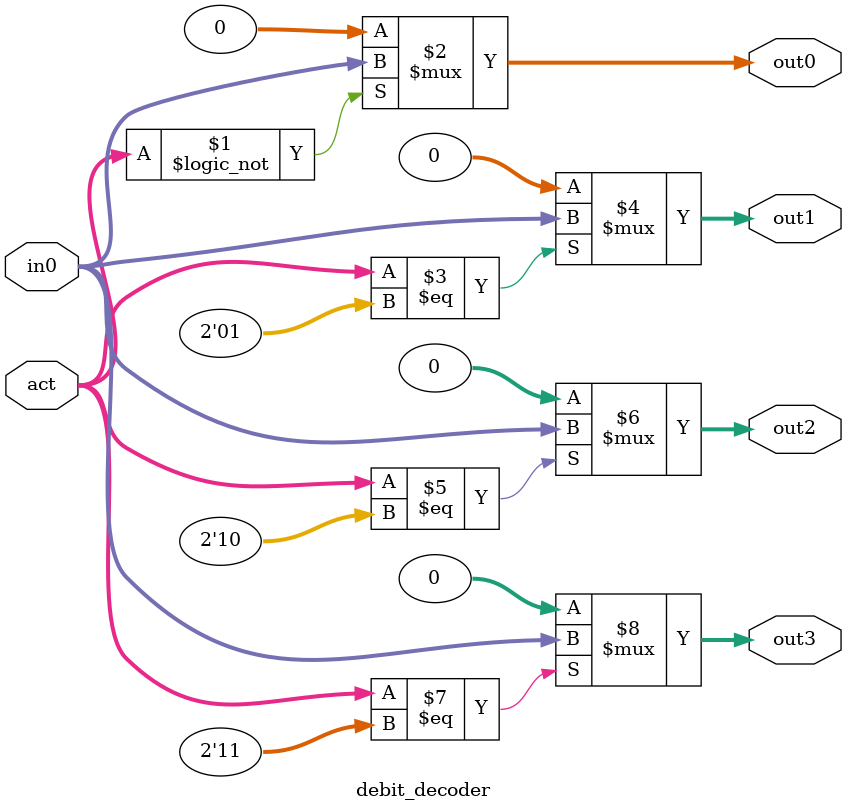
<source format=v>
`timescale 1ns / 1ps

module SD(
    // Input untuk perhitungan panjang kemacetan 
    input clk, rst, en,
    input wire [31:0] state_sim,
    input wire finish,
    input wire [1:0] act,
    input wire [2:0] delta_t,
    input wire [31:0] debit_out,
    input wire [31:0] debit_r0,
    input wire [31:0] debit_r1,
    input wire [31:0] debit_r2,
    input wire [31:0] debit_r3,
    input wire [31:0] init_panjang_r0,
    input wire [31:0] init_panjang_r1,
    input wire [31:0] init_panjang_r2,
    input wire [31:0] init_panjang_r3,
    // Input batas pergantian state 
    input wire [31:0] batas_0,
    input wire [31:0] batas_1,
    input wire [31:0] batas_2,
    input wire [31:0] batas_3,
    input wire [31:0] batas_4,
    input wire [31:0] batas_5,
    input wire [31:0] batas_6,    
    // Output
    output wire [31:0] state,
    output wire goal_sig,
    // for debugging 
    output wire [31:0] panjang_r0,
    output wire [31:0] panjang_r1,
    output wire [31:0] panjang_r2,
    output wire [31:0] panjang_r3,
    output wire [31:0] panjang_r0_temp0,
    output wire [31:0] panjang_r1_temp0,
    output wire [31:0] panjang_r2_temp0,
    output wire [31:0] panjang_r3_temp0,
    output wire [2:0] level_r0,
    output wire [2:0] level_r1,
    output wire [2:0] level_r2,
    output wire [2:0] level_r3
    );
    reg rst_SD = 0;
    always @(rst) begin
        rst_SD = rst;
    end
    
    // Block Decoder : menentukan debit kendaraan keluar (ketika lampu hijau)
    wire [31:0] debit_out_r0;
    wire [31:0] debit_out_r1;
    wire [31:0] debit_out_r2;
    wire [31:0] debit_out_r3;
    debit_decoder debdec0 ( .act(act),   
                            .in0(debit_out),
                            .out0(debit_out_r0), 
                            .out1(debit_out_r1),
                            .out2(debit_out_r2),
                            .out3(debit_out_r3));
    
    // Block State Calc
    // Perubahan panjang antrian kendaraan
    wire [31:0] delta_panjang_r0;
    wire [31:0] delta_panjang_r1;
    wire [31:0] delta_panjang_r2;
    wire [31:0] delta_panjang_r3;
    // Previous panjang antrian kendaraan
    reg [31:0] panjang_r0_reg;
    reg [31:0] panjang_r1_reg;
    reg [31:0] panjang_r2_reg;
    reg [31:0] panjang_r3_reg;
//    // Panjang antrian kendaraan
//    wire [31:0] panjang_r0;
//    wire [31:0] panjang_r1;
//    wire [31:0] panjang_r2;
//    wire [31:0] panjang_r3;
    // Block State Calc : Ruas 0
    multiply_delta  mult0   (.in0(debit_r0-debit_out_r0),           .c(delta_t),                .out0(delta_panjang_r0),    .rst(~en));
    plus            plus0   (.in0(delta_panjang_r0),                .in1(panjang_r0_reg),       .out0(panjang_r0),    .rst(~en));
    // Block State Calc : Ruas 1
    multiply_delta  mult1   (.in0(debit_r1-debit_out_r1),           .c(delta_t),                .out0(delta_panjang_r1),    .rst(~en));
    plus            plus1   (.in0(delta_panjang_r1),                .in1(panjang_r1_reg),       .out0(panjang_r1),    .rst(~en));
    // Block State Calc : Ruas 2
    multiply_delta  mult2   (.in0(debit_r2-debit_out_r2),           .c(delta_t),                .out0(delta_panjang_r2),    .rst(~en));
    plus            plus2   (.in0(delta_panjang_r2),                .in1(panjang_r2_reg),       .out0(panjang_r2),    .rst(~en));
    // Block State Calc : Ruas 3
    multiply_delta  mult3   (.in0(debit_r3-debit_out_r3),           .c(delta_t),                .out0(delta_panjang_r3),    .rst(~en));
    plus            plus3   (.in0(delta_panjang_r3),                .in1(panjang_r3_reg),       .out0(panjang_r3),    .rst(~en));
    always@(posedge clk) begin
        if (!en) begin
            panjang_r0_reg <= init_panjang_r0;
            panjang_r1_reg <= init_panjang_r1;
            panjang_r2_reg <= init_panjang_r2;
            panjang_r3_reg <= init_panjang_r3;

        end else begin
            panjang_r0_reg <= panjang_r0;
            panjang_r1_reg <= panjang_r1;
            panjang_r2_reg <= panjang_r2;
            panjang_r3_reg <= panjang_r3;
        end
    end
    
    // Block Comparator : untuk menentukan state berdasarkan panjang antrian kendaraan 
//    wire [7:0] level_r0;
//    wire [7:0] level_r1;
//    wire [7:0] level_r2;
//    wire [7:0] level_r3;
    wire [31:0]state_learn_temp0;
    wire [31:0]state_learn;
    comp_SD comp(
        .en(en),
        .panjang_r0(panjang_r0),
        .panjang_r1(panjang_r1),
        .panjang_r2(panjang_r2),
        .panjang_r3(panjang_r3),
        .batas_0(batas_0),
        .batas_1(batas_1),
        .batas_2(batas_2),
        .batas_3(batas_3),
        .batas_4(batas_4),
        .batas_5(batas_5),
        .batas_6(batas_6),
        .level_r0(level_r0),
        .level_r1(level_r1),
        .level_r2(level_r2),
        .level_r3(level_r3)
    );
    assign state_learn_temp0    = ((level_r0)|(level_r1<<3)|(level_r2<<6)|(level_r3<<9))|32'h0000_0000;
    reg_32bit reg0(.clk(clk), .rst(rst_SD), .in0(state_learn_temp0), .out0(state_learn));
    
    // Block Goal Signal Generator 
    wire goal_sig_temp0;
    wire goal_sig_temp1;
    gsg gsg0(.clk(clk), .rst(rst), .state(state), .goal_sig(goal_sig_temp0));
    reg_1bit reg1(.clk(clk), .rst(rst_SD), .in0(goal_sig_temp0),    .out0(goal_sig_temp1));
    
    // Blok state selector 
    wire [31:0] state_temp0;
    mux2to1_32bit mux1(.in0(state_learn), .in1(state_sim), .out0(state_temp0), .sel(finish));
    
    // Enabling output 
    enabler_32bit en0(.in0(state_temp0),        .out0(state),       .en(en), .rst(rst_SD));
    enabler_1bit  en1(.in0(goal_sig_temp1),     .out0(goal_sig),    .en(en), .rst(rst_SD));
endmodule


//Module Comparator/Converter SD
module comp_SD(
    //INPUT
    input wire en,
    input wire [31:0] panjang_r0,
    input wire [31:0] panjang_r1,
    input wire [31:0] panjang_r2,
    input wire [31:0] panjang_r3,
    
    input wire [31:0] batas_0,
    input wire [31:0] batas_1,
    input wire [31:0] batas_2,
    input wire [31:0] batas_3,
    input wire [31:0] batas_4,
    input wire [31:0] batas_5,
    input wire [31:0] batas_6,  
    //OUTPUT
    output wire [2:0] level_r0,
    output wire [2:0] level_r1,
    output wire [2:0] level_r2,
    output wire [2:0] level_r3    
    );   
    wire [6:0] level_r0_temp;
    wire [6:0] level_r1_temp;
    wire [6:0] level_r2_temp;
    wire [6:0] level_r3_temp;
    // Lane 0
    assign level_r0_temp[0] = (panjang_r0 < batas_0) ? 1'b0 : 1'b1;
    assign level_r0_temp[1] = (panjang_r0 < batas_1) ? 1'b0 : 1'b1;
    assign level_r0_temp[2] = (panjang_r0 < batas_2) ? 1'b0 : 1'b1;
    assign level_r0_temp[3] = (panjang_r0 < batas_3) ? 1'b0 : 1'b1;
    assign level_r0_temp[4] = (panjang_r0 < batas_4) ? 1'b0 : 1'b1;
    assign level_r0_temp[5] = (panjang_r0 < batas_5) ? 1'b0 : 1'b1;
    assign level_r0_temp[6] = (panjang_r0 < batas_6) ? 1'b0 : 1'b1;
    // Lane 1
    assign level_r1_temp[0] = (panjang_r1 < batas_0) ? 1'b0 : 1'b1;
    assign level_r1_temp[1] = (panjang_r1 < batas_1) ? 1'b0 : 1'b1;
    assign level_r1_temp[2] = (panjang_r1 < batas_2) ? 1'b0 : 1'b1;
    assign level_r1_temp[3] = (panjang_r1 < batas_3) ? 1'b0 : 1'b1;
    assign level_r1_temp[4] = (panjang_r1 < batas_4) ? 1'b0 : 1'b1;
    assign level_r1_temp[5] = (panjang_r1 < batas_5) ? 1'b0 : 1'b1;
    assign level_r1_temp[6] = (panjang_r1 < batas_6) ? 1'b0 : 1'b1;
    // Lane 2
    assign level_r2_temp[0] = (panjang_r2 < batas_0) ? 1'b0 : 1'b1;
    assign level_r2_temp[1] = (panjang_r2 < batas_1) ? 1'b0 : 1'b1;
    assign level_r2_temp[2] = (panjang_r2 < batas_2) ? 1'b0 : 1'b1;
    assign level_r2_temp[3] = (panjang_r2 < batas_3) ? 1'b0 : 1'b1;
    assign level_r2_temp[4] = (panjang_r2 < batas_4) ? 1'b0 : 1'b1;
    assign level_r2_temp[5] = (panjang_r2 < batas_5) ? 1'b0 : 1'b1;
    assign level_r2_temp[6] = (panjang_r2 < batas_6) ? 1'b0 : 1'b1;
    // Lane 3
    assign level_r3_temp[0] = (panjang_r3 < batas_0) ? 1'b0 : 1'b1;
    assign level_r3_temp[1] = (panjang_r3 < batas_1) ? 1'b0 : 1'b1;
    assign level_r3_temp[2] = (panjang_r3 < batas_2) ? 1'b0 : 1'b1;
    assign level_r3_temp[3] = (panjang_r3 < batas_3) ? 1'b0 : 1'b1;
    assign level_r3_temp[4] = (panjang_r3 < batas_4) ? 1'b0 : 1'b1;
    assign level_r3_temp[5] = (panjang_r3 < batas_5) ? 1'b0 : 1'b1;
    assign level_r3_temp[6] = (panjang_r3 < batas_6) ? 1'b0 : 1'b1;
    
    encoder enc0(.en(en), .in0(level_r0_temp), .out0(level_r0));
    encoder enc1(.en(en), .in0(level_r1_temp), .out0(level_r1));
    encoder enc2(.en(en), .in0(level_r2_temp), .out0(level_r2));
    encoder enc3(.en(en), .in0(level_r3_temp), .out0(level_r3));

endmodule

module gsg(
    input wire clk, rst,
    input wire [31:0] state,
    output wire goal_sig
    );
    wire sel0, sel1, sel2, sel3, sel;
    assign sel0 = (state[7:0]==8'h00);
    assign sel1 = (state[7:0]==8'h55);
    assign sel2 = (state[7:0]==8'hAA);
    assign sel3 = (state[7:0]==8'hFF);
    assign sel = sel0 | sel1 | sel2 | sel3 | 1'b0;
    mux2to1_1bit mux0(.in0(1'b0), .in1(1'b1), .sel(sel), .out0(goal_sig));

endmodule

module debit_decoder(
    input wire [1:0] act,
    input wire [31:0] in0,
    output wire [31:0] out0, out1, out2, out3
    );    
    assign out0 = (act==0)? in0 : 32'h0000_0000;
    assign out1 = (act==1)? in0 : 32'h0000_0000;
    assign out2 = (act==2)? in0 : 32'h0000_0000;
    assign out3 = (act==3)? in0 : 32'h0000_0000;

endmodule
</source>
